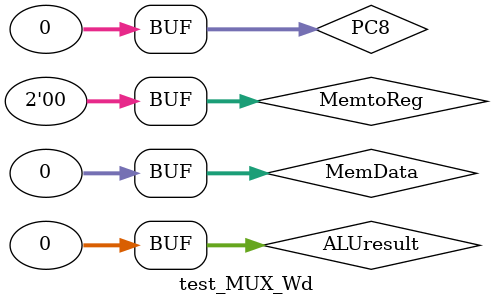
<source format=v>
`timescale 1ns / 1ps


module test_MUX_Wd;

	// Inputs
	reg [31:0] ALUresult;
	reg [31:0] MemData;
	reg [31:0] PC8;
	reg [1:0] MemtoReg;

	// Outputs
	wire [31:0] Wd;

	// Instantiate the Unit Under Test (UUT)
	MUX_Wd uut (
		.ALUresult(ALUresult), 
		.MemData(MemData), 
		.PC8(PC8), 
		.MemtoReg(MemtoReg), 
		.Wd(Wd)
	);

	initial begin
		// Initialize Inputs
		ALUresult = 0;
		MemData = 0;
		PC8 = 0;
		MemtoReg = 0;

		// Wait 100 ns for global reset to finish
		#100;
        
		// Add stimulus here

	end
      
endmodule


</source>
